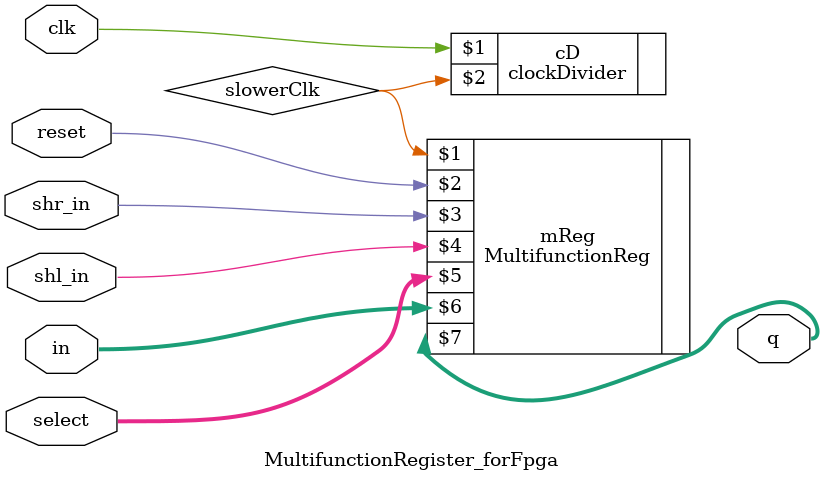
<source format=sv>
`timescale 1ns / 1ps


module MultifunctionRegister_forFpga(input logic clk, reset, shr_in, shl_in,
                        input logic [1:0] select,
                        input logic [3:0] in,
                        output logic [3:0] q
    );
    logic slowerClk;
    clockDivider cD(clk, slowerClk);
    MultifunctionReg  mReg (slowerClk, reset, shr_in, shl_in,select,in,q);
endmodule

</source>
